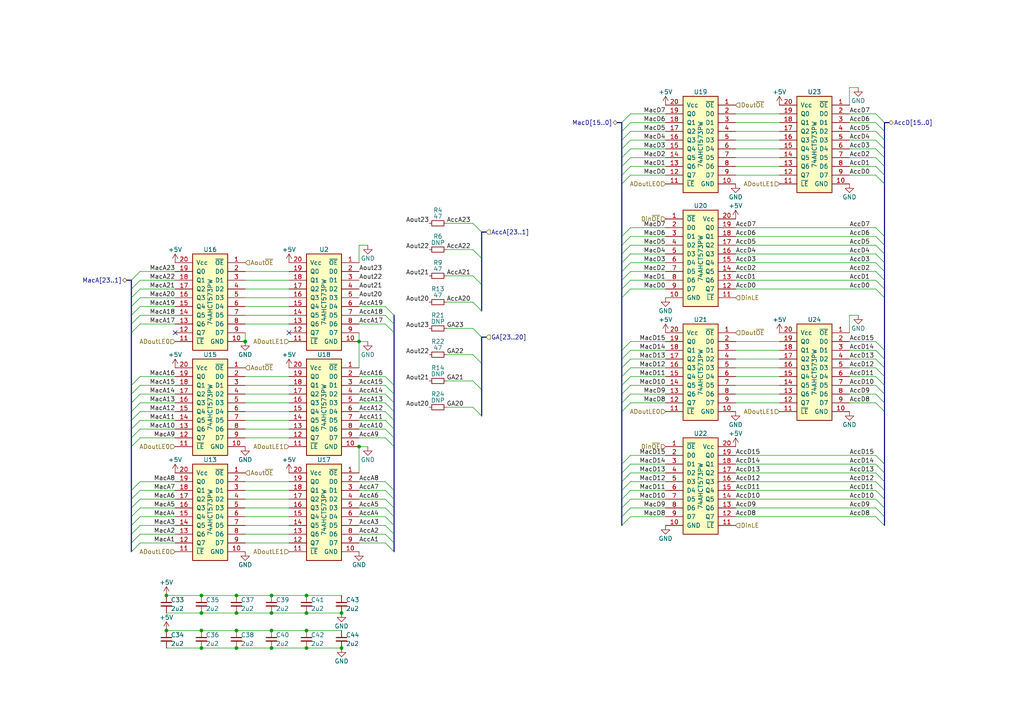
<source format=kicad_sch>
(kicad_sch (version 20231120) (generator "eeschema") (generator_version "8.0")
  (paper "A4")
  (title_block (title "WarpSE (GW4410A)") (date "2024-04-23") (rev "1.0") (company "Garrett's Workshop"))
  (lib_symbols
    (symbol "Device:C_Small" (pin_numbers hide) (pin_names (offset 0.254) hide)
      (property "Reference" "C" (at 0.254 1.778 0))
      (property "Value" "C_Small" (at 0.254 -2.032 0))
      (symbol "C_Small_0_1"
        (polyline (pts (xy -1.524 -0.508) (xy 1.524 -0.508)) (stroke (width 0.3302)))
        (polyline (pts (xy -1.524 0.508) (xy 1.524 0.508)) (stroke (width 0.3048)))
      )
      (symbol "C_Small_1_1"
        (pin passive line (at 0 2.54 270) (length 2.032) (name "~") (number "1"))
        (pin passive line (at 0 -2.54 90) (length 2.032) (name "~") (number "2"))
      )
    )
    (symbol "Device:R_Small" (pin_numbers hide) (pin_names (offset 0.254) hide)
      (property "Reference" "R" (at 0.762 0.508 0))
      (property "Value" "R_Small" (at 0.762 -1.016 0))
      (symbol "R_Small_0_1"
        (rectangle (start -0.762 1.778) (end 0.762 -1.778) (stroke (width 0.2032)))
      )
      (symbol "R_Small_1_1"
        (pin passive line (at 0 2.54 270) (length 0.762) (name "~") (number "1"))
        (pin passive line (at 0 -2.54 90) (length 0.762) (name "~") (number "2"))
      )
    )
    (symbol "GW_Logic:74573" (pin_names (offset 1.016))
      (property "Reference" "U" (at 0 15.24 0))
      (property "Value" "74573" (at 0 -15.24 0))
      (symbol "74573_0_1"
        (rectangle (start -5.08 13.97) (end 5.08 -13.97) (stroke (width 0.254)) (fill (type background)))
      )
      (symbol "74573_1_1"
        (pin input line (at -10.16 11.43 0) (length 5.08) (name "~{OE}") (number "1"))
        (pin power_in line (at -10.16 -11.43 0) (length 5.08) (name "GND") (number "10"))
        (pin input line (at 10.16 -11.43 180) (length 5.08) (name "~{LE}") (number "11"))
        (pin tri_state line (at 10.16 -8.89 180) (length 5.08) (name "Q7") (number "12"))
        (pin tri_state line (at 10.16 -6.35 180) (length 5.08) (name "Q6") (number "13"))
        (pin tri_state line (at 10.16 -3.81 180) (length 5.08) (name "Q5") (number "14"))
        (pin tri_state line (at 10.16 -1.27 180) (length 5.08) (name "Q4") (number "15"))
        (pin tri_state line (at 10.16 1.27 180) (length 5.08) (name "Q3") (number "16"))
        (pin tri_state line (at 10.16 3.81 180) (length 5.08) (name "Q2") (number "17"))
        (pin tri_state line (at 10.16 6.35 180) (length 5.08) (name "Q1") (number "18"))
        (pin tri_state line (at 10.16 8.89 180) (length 5.08) (name "Q0") (number "19"))
        (pin input line (at -10.16 8.89 0) (length 5.08) (name "D0") (number "2"))
        (pin power_in line (at 10.16 11.43 180) (length 5.08) (name "Vcc") (number "20"))
        (pin input line (at -10.16 6.35 0) (length 5.08) (name "D1") (number "3"))
        (pin input line (at -10.16 3.81 0) (length 5.08) (name "D2") (number "4"))
        (pin input line (at -10.16 1.27 0) (length 5.08) (name "D3") (number "5"))
        (pin input line (at -10.16 -1.27 0) (length 5.08) (name "D4") (number "6"))
        (pin input line (at -10.16 -3.81 0) (length 5.08) (name "D5") (number "7"))
        (pin input line (at -10.16 -6.35 0) (length 5.08) (name "D6") (number "8"))
        (pin input line (at -10.16 -8.89 0) (length 5.08) (name "D7") (number "9"))
      )
    )
    (symbol "power:+5V" (power) (pin_names (offset 0))
      (property "Value" "+5V" (at 0 3.556 0))
      (symbol "+5V_0_1"
        (polyline (pts (xy -0.762 1.27) (xy 0 2.54)))
        (polyline (pts (xy 0 0) (xy 0 2.54)))
        (polyline (pts (xy 0 2.54) (xy 0.762 1.27)))
      )
      (symbol "+5V_1_1"
        (pin power_in line (at 0 0 90) (length 0) hide (name "+5V") (number "1"))
      )
    )
    (symbol "power:GND" (power) (pin_names (offset 0))
      (property "Value" "GND" (at 0 -3.81 0))
      (symbol "GND_0_1"
        (polyline (pts (xy 0 0) (xy 0 -1.27) (xy 1.27 -1.27) (xy 0 -2.54) (xy -1.27 -1.27) (xy 0 -1.27)))
      )
      (symbol "GND_1_1"
        (pin power_in line (at 0 0 270) (length 0) hide (name "GND") (number "1"))
      )
    )
  )
  (junction (at 58.42 182.88))
  (junction (at 78.74 187.96))
  (junction (at 78.74 182.88))
  (junction (at 104.14 129.54))
  (junction (at 78.74 177.8))
  (junction (at 68.58 172.72))
  (junction (at 68.58 187.96))
  (junction (at 99.06 177.8))
  (junction (at 88.9 182.88))
  (junction (at 104.14 99.06))
  (junction (at 48.26 182.88))
  (junction (at 71.12 99.06))
  (junction (at 88.9 187.96))
  (junction (at 58.42 177.8))
  (junction (at 99.06 187.96))
  (junction (at 68.58 182.88))
  (junction (at 68.58 177.8))
  (junction (at 58.42 187.96))
  (junction (at 88.9 172.72))
  (junction (at 58.42 172.72))
  (junction (at 48.26 172.72))
  (junction (at 78.74 172.72))
  (junction (at 88.9 177.8))
  (no_connect (at 83.82 96.52))
  (no_connect (at 50.8 96.52))
  (bus_entry (at 254 104.14) (size 2.54 2.54))
  (bus_entry (at 111.76 144.78) (size 2.54 2.54))
  (bus_entry (at 111.76 109.22) (size 2.54 2.54))
  (bus_entry (at 182.88 114.3) (size -2.54 2.54))
  (bus_entry (at 111.76 152.4) (size 2.54 2.54))
  (bus_entry (at 254 99.06) (size 2.54 2.54))
  (bus_entry (at 137.16 64.77) (size 2.54 2.54))
  (bus_entry (at 182.88 50.8) (size -2.54 2.54))
  (bus_entry (at 40.64 121.92) (size -2.54 2.54))
  (bus_entry (at 40.64 86.36) (size -2.54 2.54))
  (bus_entry (at 182.88 66.04) (size -2.54 2.54))
  (bus_entry (at 40.64 88.9) (size -2.54 2.54))
  (bus_entry (at 111.76 88.9) (size 2.54 2.54))
  (bus_entry (at 182.88 137.16) (size -2.54 2.54))
  (bus_entry (at 254 116.84) (size 2.54 2.54))
  (bus_entry (at 182.88 68.58) (size -2.54 2.54))
  (bus_entry (at 182.88 101.6) (size -2.54 2.54))
  (bus_entry (at 111.76 116.84) (size 2.54 2.54))
  (bus_entry (at 137.16 87.63) (size 2.54 2.54))
  (bus_entry (at 40.64 119.38) (size -2.54 2.54))
  (bus_entry (at 254 48.26) (size 2.54 2.54))
  (bus_entry (at 254 45.72) (size 2.54 2.54))
  (bus_entry (at 40.64 142.24) (size -2.54 2.54))
  (bus_entry (at 40.64 124.46) (size -2.54 2.54))
  (bus_entry (at 254 114.3) (size 2.54 2.54))
  (bus_entry (at 40.64 127) (size -2.54 2.54))
  (bus_entry (at 40.64 152.4) (size -2.54 2.54))
  (bus_entry (at 254 50.8) (size 2.54 2.54))
  (bus_entry (at 111.76 142.24) (size 2.54 2.54))
  (bus_entry (at 254 43.18) (size 2.54 2.54))
  (bus_entry (at 40.64 81.28) (size -2.54 2.54))
  (bus_entry (at 182.88 144.78) (size -2.54 2.54))
  (bus_entry (at 254 83.82) (size 2.54 2.54))
  (bus_entry (at 182.88 109.22) (size -2.54 2.54))
  (bus_entry (at 111.76 111.76) (size 2.54 2.54))
  (bus_entry (at 182.88 78.74) (size -2.54 2.54))
  (bus_entry (at 137.16 72.39) (size 2.54 2.54))
  (bus_entry (at 182.88 134.62) (size -2.54 2.54))
  (bus_entry (at 254 73.66) (size 2.54 2.54))
  (bus_entry (at 182.88 83.82) (size -2.54 2.54))
  (bus_entry (at 182.88 43.18) (size -2.54 2.54))
  (bus_entry (at 254 40.64) (size 2.54 2.54))
  (bus_entry (at 111.76 147.32) (size 2.54 2.54))
  (bus_entry (at 254 149.86) (size 2.54 2.54))
  (bus_entry (at 40.64 139.7) (size -2.54 2.54))
  (bus_entry (at 182.88 40.64) (size -2.54 2.54))
  (bus_entry (at 254 68.58) (size 2.54 2.54))
  (bus_entry (at 254 33.02) (size 2.54 2.54))
  (bus_entry (at 111.76 91.44) (size 2.54 2.54))
  (bus_entry (at 182.88 111.76) (size -2.54 2.54))
  (bus_entry (at 182.88 106.68) (size -2.54 2.54))
  (bus_entry (at 182.88 71.12) (size -2.54 2.54))
  (bus_entry (at 254 106.68) (size 2.54 2.54))
  (bus_entry (at 182.88 139.7) (size -2.54 2.54))
  (bus_entry (at 40.64 78.74) (size -2.54 2.54))
  (bus_entry (at 254 142.24) (size 2.54 2.54))
  (bus_entry (at 137.16 80.01) (size 2.54 2.54))
  (bus_entry (at 254 139.7) (size 2.54 2.54))
  (bus_entry (at 254 71.12) (size 2.54 2.54))
  (bus_entry (at 40.64 93.98) (size -2.54 2.54))
  (bus_entry (at 254 78.74) (size 2.54 2.54))
  (bus_entry (at 111.76 127) (size 2.54 2.54))
  (bus_entry (at 111.76 119.38) (size 2.54 2.54))
  (bus_entry (at 182.88 147.32) (size -2.54 2.54))
  (bus_entry (at 111.76 121.92) (size 2.54 2.54))
  (bus_entry (at 254 147.32) (size 2.54 2.54))
  (bus_entry (at 111.76 139.7) (size 2.54 2.54))
  (bus_entry (at 111.76 114.3) (size 2.54 2.54))
  (bus_entry (at 254 66.04) (size 2.54 2.54))
  (bus_entry (at 182.88 116.84) (size -2.54 2.54))
  (bus_entry (at 182.88 48.26) (size -2.54 2.54))
  (bus_entry (at 40.64 109.22) (size -2.54 2.54))
  (bus_entry (at 182.88 33.02) (size -2.54 2.54))
  (bus_entry (at 40.64 114.3) (size -2.54 2.54))
  (bus_entry (at 111.76 149.86) (size 2.54 2.54))
  (bus_entry (at 111.76 154.94) (size 2.54 2.54))
  (bus_entry (at 40.64 111.76) (size -2.54 2.54))
  (bus_entry (at 254 132.08) (size 2.54 2.54))
  (bus_entry (at 137.16 118.11) (size 2.54 2.54))
  (bus_entry (at 40.64 149.86) (size -2.54 2.54))
  (bus_entry (at 182.88 76.2) (size -2.54 2.54))
  (bus_entry (at 182.88 132.08) (size -2.54 2.54))
  (bus_entry (at 137.16 102.87) (size 2.54 2.54))
  (bus_entry (at 254 144.78) (size 2.54 2.54))
  (bus_entry (at 40.64 154.94) (size -2.54 2.54))
  (bus_entry (at 254 35.56) (size 2.54 2.54))
  (bus_entry (at 40.64 157.48) (size -2.54 2.54))
  (bus_entry (at 182.88 104.14) (size -2.54 2.54))
  (bus_entry (at 137.16 110.49) (size 2.54 2.54))
  (bus_entry (at 182.88 45.72) (size -2.54 2.54))
  (bus_entry (at 40.64 83.82) (size -2.54 2.54))
  (bus_entry (at 254 38.1) (size 2.54 2.54))
  (bus_entry (at 111.76 124.46) (size 2.54 2.54))
  (bus_entry (at 137.16 95.25) (size 2.54 2.54))
  (bus_entry (at 254 111.76) (size 2.54 2.54))
  (bus_entry (at 40.64 144.78) (size -2.54 2.54))
  (bus_entry (at 254 109.22) (size 2.54 2.54))
  (bus_entry (at 182.88 149.86) (size -2.54 2.54))
  (bus_entry (at 182.88 99.06) (size -2.54 2.54))
  (bus_entry (at 182.88 38.1) (size -2.54 2.54))
  (bus_entry (at 111.76 157.48) (size 2.54 2.54))
  (bus_entry (at 254 76.2) (size 2.54 2.54))
  (bus_entry (at 254 137.16) (size 2.54 2.54))
  (bus_entry (at 182.88 73.66) (size -2.54 2.54))
  (bus_entry (at 254 101.6) (size 2.54 2.54))
  (bus_entry (at 40.64 116.84) (size -2.54 2.54))
  (bus_entry (at 40.64 147.32) (size -2.54 2.54))
  (bus_entry (at 254 81.28) (size 2.54 2.54))
  (bus_entry (at 40.64 91.44) (size -2.54 2.54))
  (bus_entry (at 111.76 93.98) (size 2.54 2.54))
  (bus_entry (at 182.88 81.28) (size -2.54 2.54))
  (bus_entry (at 182.88 35.56) (size -2.54 2.54))
  (bus_entry (at 254 134.62) (size 2.54 2.54))
  (bus_entry (at 182.88 142.24) (size -2.54 2.54))
  (wire (pts (xy 246.38 38.1) (xy 254 38.1)))
  (wire (pts (xy 48.26 177.8) (xy 58.42 177.8)))
  (bus (pts (xy 256.54 109.22) (xy 256.54 111.76)))
  (wire (pts (xy 71.12 147.32) (xy 83.82 147.32)))
  (wire (pts (xy 182.88 71.12) (xy 193.04 71.12)))
  (wire (pts (xy 50.8 109.22) (xy 40.64 109.22)))
  (wire (pts (xy 71.12 83.82) (xy 83.82 83.82)))
  (wire (pts (xy 50.8 144.78) (xy 40.64 144.78)))
  (wire (pts (xy 88.9 182.88) (xy 99.06 182.88)))
  (wire (pts (xy 213.36 139.7) (xy 254 139.7)))
  (wire (pts (xy 50.8 78.74) (xy 40.64 78.74)))
  (bus (pts (xy 257.81 35.56) (xy 256.54 35.56)))
  (wire (pts (xy 50.8 83.82) (xy 40.64 83.82)))
  (wire (pts (xy 50.8 127) (xy 40.64 127)))
  (bus (pts (xy 256.54 50.8) (xy 256.54 53.34)))
  (bus (pts (xy 114.3 152.4) (xy 114.3 154.94)))
  (wire (pts (xy 104.14 129.54) (xy 106.68 129.54)))
  (wire (pts (xy 213.36 114.3) (xy 226.06 114.3)))
  (wire (pts (xy 213.36 104.14) (xy 226.06 104.14)))
  (wire (pts (xy 246.38 91.44) (xy 248.92 91.44)))
  (bus (pts (xy 38.1 152.4) (xy 38.1 154.94)))
  (bus (pts (xy 180.34 116.84) (xy 180.34 119.38)))
  (bus (pts (xy 180.34 43.18) (xy 180.34 45.72)))
  (wire (pts (xy 182.88 83.82) (xy 193.04 83.82)))
  (wire (pts (xy 50.8 149.86) (xy 40.64 149.86)))
  (wire (pts (xy 71.12 139.7) (xy 83.82 139.7)))
  (bus (pts (xy 256.54 86.36) (xy 256.54 101.6)))
  (wire (pts (xy 48.26 182.88) (xy 58.42 182.88)))
  (bus (pts (xy 139.7 105.41) (xy 139.7 97.79)))
  (bus (pts (xy 180.34 35.56) (xy 180.34 38.1)))
  (wire (pts (xy 71.12 109.22) (xy 83.82 109.22)))
  (bus (pts (xy 256.54 83.82) (xy 256.54 86.36)))
  (bus (pts (xy 256.54 53.34) (xy 256.54 68.58)))
  (bus (pts (xy 139.7 90.17) (xy 139.7 82.55)))
  (wire (pts (xy 213.36 144.78) (xy 254 144.78)))
  (bus (pts (xy 180.34 38.1) (xy 180.34 40.64)))
  (wire (pts (xy 213.36 68.58) (xy 254 68.58)))
  (wire (pts (xy 182.88 38.1) (xy 193.04 38.1)))
  (wire (pts (xy 104.14 91.44) (xy 111.76 91.44)))
  (wire (pts (xy 129.54 80.01) (xy 137.16 80.01)))
  (bus (pts (xy 38.1 119.38) (xy 38.1 121.92)))
  (wire (pts (xy 50.8 111.76) (xy 40.64 111.76)))
  (wire (pts (xy 71.12 121.92) (xy 83.82 121.92)))
  (wire (pts (xy 182.88 144.78) (xy 193.04 144.78)))
  (wire (pts (xy 50.8 91.44) (xy 40.64 91.44)))
  (wire (pts (xy 213.36 45.72) (xy 226.06 45.72)))
  (wire (pts (xy 71.12 119.38) (xy 83.82 119.38)))
  (wire (pts (xy 58.42 187.96) (xy 68.58 187.96)))
  (bus (pts (xy 38.1 83.82) (xy 38.1 86.36)))
  (bus (pts (xy 256.54 144.78) (xy 256.54 147.32)))
  (wire (pts (xy 246.38 111.76) (xy 254 111.76)))
  (bus (pts (xy 38.1 149.86) (xy 38.1 152.4)))
  (bus (pts (xy 114.3 149.86) (xy 114.3 152.4)))
  (wire (pts (xy 48.26 172.72) (xy 58.42 172.72)))
  (wire (pts (xy 213.36 76.2) (xy 254 76.2)))
  (wire (pts (xy 71.12 152.4) (xy 83.82 152.4)))
  (wire (pts (xy 213.36 106.68) (xy 226.06 106.68)))
  (wire (pts (xy 50.8 86.36) (xy 40.64 86.36)))
  (bus (pts (xy 180.34 104.14) (xy 180.34 106.68)))
  (wire (pts (xy 104.14 147.32) (xy 111.76 147.32)))
  (wire (pts (xy 246.38 48.26) (xy 254 48.26)))
  (bus (pts (xy 179.07 35.56) (xy 180.34 35.56)))
  (bus (pts (xy 256.54 68.58) (xy 256.54 71.12)))
  (wire (pts (xy 78.74 172.72) (xy 88.9 172.72)))
  (bus (pts (xy 180.34 48.26) (xy 180.34 50.8)))
  (wire (pts (xy 129.54 95.25) (xy 137.16 95.25)))
  (wire (pts (xy 182.88 76.2) (xy 193.04 76.2)))
  (bus (pts (xy 256.54 137.16) (xy 256.54 139.7)))
  (wire (pts (xy 213.36 99.06) (xy 226.06 99.06)))
  (bus (pts (xy 114.3 96.52) (xy 114.3 111.76)))
  (wire (pts (xy 246.38 45.72) (xy 254 45.72)))
  (wire (pts (xy 104.14 152.4) (xy 111.76 152.4)))
  (bus (pts (xy 180.34 40.64) (xy 180.34 43.18)))
  (wire (pts (xy 182.88 50.8) (xy 193.04 50.8)))
  (wire (pts (xy 182.88 134.62) (xy 193.04 134.62)))
  (wire (pts (xy 129.54 72.39) (xy 137.16 72.39)))
  (wire (pts (xy 213.36 66.04) (xy 254 66.04)))
  (bus (pts (xy 180.34 144.78) (xy 180.34 147.32)))
  (wire (pts (xy 71.12 78.74) (xy 83.82 78.74)))
  (bus (pts (xy 38.1 142.24) (xy 38.1 144.78)))
  (bus (pts (xy 180.34 76.2) (xy 180.34 78.74)))
  (wire (pts (xy 71.12 144.78) (xy 83.82 144.78)))
  (wire (pts (xy 50.8 139.7) (xy 40.64 139.7)))
  (wire (pts (xy 50.8 93.98) (xy 40.64 93.98)))
  (wire (pts (xy 129.54 110.49) (xy 137.16 110.49)))
  (wire (pts (xy 213.36 43.18) (xy 226.06 43.18)))
  (bus (pts (xy 38.1 147.32) (xy 38.1 149.86)))
  (wire (pts (xy 213.36 38.1) (xy 226.06 38.1)))
  (wire (pts (xy 182.88 111.76) (xy 193.04 111.76)))
  (wire (pts (xy 213.36 81.28) (xy 254 81.28)))
  (bus (pts (xy 256.54 45.72) (xy 256.54 48.26)))
  (wire (pts (xy 71.12 93.98) (xy 83.82 93.98)))
  (wire (pts (xy 182.88 137.16) (xy 193.04 137.16)))
  (wire (pts (xy 50.8 114.3) (xy 40.64 114.3)))
  (bus (pts (xy 114.3 127) (xy 114.3 129.54)))
  (wire (pts (xy 104.14 93.98) (xy 111.76 93.98)))
  (bus (pts (xy 256.54 76.2) (xy 256.54 78.74)))
  (wire (pts (xy 213.36 48.26) (xy 226.06 48.26)))
  (bus (pts (xy 256.54 134.62) (xy 256.54 137.16)))
  (bus (pts (xy 139.7 67.31) (xy 140.97 67.31)))
  (wire (pts (xy 104.14 116.84) (xy 111.76 116.84)))
  (bus (pts (xy 114.3 114.3) (xy 114.3 116.84)))
  (wire (pts (xy 213.36 78.74) (xy 254 78.74)))
  (wire (pts (xy 58.42 172.72) (xy 68.58 172.72)))
  (bus (pts (xy 114.3 142.24) (xy 114.3 144.78)))
  (wire (pts (xy 246.38 25.4) (xy 248.92 25.4)))
  (bus (pts (xy 180.34 114.3) (xy 180.34 116.84)))
  (wire (pts (xy 182.88 43.18) (xy 193.04 43.18)))
  (wire (pts (xy 246.38 99.06) (xy 254 99.06)))
  (bus (pts (xy 38.1 157.48) (xy 38.1 160.02)))
  (wire (pts (xy 104.14 157.48) (xy 111.76 157.48)))
  (wire (pts (xy 129.54 118.11) (xy 137.16 118.11)))
  (bus (pts (xy 139.7 105.41) (xy 139.7 113.03)))
  (wire (pts (xy 129.54 102.87) (xy 137.16 102.87)))
  (bus (pts (xy 114.3 121.92) (xy 114.3 124.46)))
  (bus (pts (xy 180.34 137.16) (xy 180.34 139.7)))
  (bus (pts (xy 139.7 74.93) (xy 139.7 67.31)))
  (bus (pts (xy 38.1 144.78) (xy 38.1 147.32)))
  (bus (pts (xy 38.1 154.94) (xy 38.1 157.48)))
  (wire (pts (xy 50.8 88.9) (xy 40.64 88.9)))
  (wire (pts (xy 104.14 129.54) (xy 104.14 137.16)))
  (wire (pts (xy 213.36 109.22) (xy 226.06 109.22)))
  (wire (pts (xy 246.38 109.22) (xy 254 109.22)))
  (bus (pts (xy 256.54 78.74) (xy 256.54 81.28)))
  (bus (pts (xy 180.34 139.7) (xy 180.34 142.24)))
  (bus (pts (xy 38.1 93.98) (xy 38.1 96.52)))
  (wire (pts (xy 58.42 182.88) (xy 68.58 182.88)))
  (bus (pts (xy 38.1 111.76) (xy 38.1 114.3)))
  (wire (pts (xy 129.54 87.63) (xy 137.16 87.63)))
  (bus (pts (xy 180.34 106.68) (xy 180.34 109.22)))
  (wire (pts (xy 104.14 139.7) (xy 111.76 139.7)))
  (wire (pts (xy 88.9 177.8) (xy 99.06 177.8)))
  (bus (pts (xy 139.7 74.93) (xy 139.7 82.55)))
  (bus (pts (xy 180.34 68.58) (xy 180.34 71.12)))
  (wire (pts (xy 213.36 142.24) (xy 254 142.24)))
  (wire (pts (xy 50.8 157.48) (xy 40.64 157.48)))
  (bus (pts (xy 256.54 119.38) (xy 256.54 134.62)))
  (bus (pts (xy 38.1 96.52) (xy 38.1 111.76)))
  (bus (pts (xy 114.3 147.32) (xy 114.3 149.86)))
  (wire (pts (xy 68.58 187.96) (xy 78.74 187.96)))
  (bus (pts (xy 256.54 139.7) (xy 256.54 142.24)))
  (wire (pts (xy 71.12 142.24) (xy 83.82 142.24)))
  (wire (pts (xy 246.38 106.68) (xy 254 106.68)))
  (wire (pts (xy 104.14 119.38) (xy 111.76 119.38)))
  (bus (pts (xy 38.1 124.46) (xy 38.1 127)))
  (wire (pts (xy 71.12 114.3) (xy 83.82 114.3)))
  (wire (pts (xy 182.88 106.68) (xy 193.04 106.68)))
  (wire (pts (xy 246.38 33.02) (xy 254 33.02)))
  (wire (pts (xy 71.12 91.44) (xy 83.82 91.44)))
  (wire (pts (xy 50.8 142.24) (xy 40.64 142.24)))
  (bus (pts (xy 38.1 116.84) (xy 38.1 119.38)))
  (bus (pts (xy 256.54 35.56) (xy 256.54 38.1)))
  (bus (pts (xy 256.54 71.12) (xy 256.54 73.66)))
  (wire (pts (xy 50.8 121.92) (xy 40.64 121.92)))
  (bus (pts (xy 38.1 86.36) (xy 38.1 88.9)))
  (bus (pts (xy 180.34 111.76) (xy 180.34 114.3)))
  (wire (pts (xy 182.88 142.24) (xy 193.04 142.24)))
  (wire (pts (xy 104.14 121.92) (xy 111.76 121.92)))
  (wire (pts (xy 104.14 149.86) (xy 111.76 149.86)))
  (wire (pts (xy 71.12 111.76) (xy 83.82 111.76)))
  (bus (pts (xy 256.54 106.68) (xy 256.54 109.22)))
  (wire (pts (xy 182.88 33.02) (xy 193.04 33.02)))
  (bus (pts (xy 114.3 119.38) (xy 114.3 121.92)))
  (bus (pts (xy 38.1 114.3) (xy 38.1 116.84)))
  (wire (pts (xy 213.36 50.8) (xy 226.06 50.8)))
  (bus (pts (xy 180.34 81.28) (xy 180.34 83.82)))
  (bus (pts (xy 256.54 73.66) (xy 256.54 76.2)))
  (wire (pts (xy 106.68 71.12) (xy 104.14 71.12)))
  (wire (pts (xy 182.88 114.3) (xy 193.04 114.3)))
  (wire (pts (xy 182.88 139.7) (xy 193.04 139.7)))
  (wire (pts (xy 71.12 81.28) (xy 83.82 81.28)))
  (wire (pts (xy 78.74 187.96) (xy 88.9 187.96)))
  (wire (pts (xy 213.36 33.02) (xy 226.06 33.02)))
  (wire (pts (xy 71.12 157.48) (xy 83.82 157.48)))
  (bus (pts (xy 180.34 119.38) (xy 180.34 134.62)))
  (bus (pts (xy 180.34 109.22) (xy 180.34 111.76)))
  (wire (pts (xy 182.88 48.26) (xy 193.04 48.26)))
  (wire (pts (xy 71.12 96.52) (xy 71.12 99.06)))
  (bus (pts (xy 36.83 81.28) (xy 38.1 81.28)))
  (bus (pts (xy 256.54 114.3) (xy 256.54 116.84)))
  (wire (pts (xy 50.8 147.32) (xy 40.64 147.32)))
  (wire (pts (xy 71.12 86.36) (xy 83.82 86.36)))
  (wire (pts (xy 213.36 147.32) (xy 254 147.32)))
  (wire (pts (xy 213.36 116.84) (xy 226.06 116.84)))
  (wire (pts (xy 104.14 76.2) (xy 104.14 71.12)))
  (wire (pts (xy 50.8 116.84) (xy 40.64 116.84)))
  (bus (pts (xy 114.3 116.84) (xy 114.3 119.38)))
  (wire (pts (xy 182.88 68.58) (xy 193.04 68.58)))
  (wire (pts (xy 78.74 182.88) (xy 88.9 182.88)))
  (wire (pts (xy 104.14 96.52) (xy 104.14 99.06)))
  (wire (pts (xy 213.36 132.08) (xy 254 132.08)))
  (wire (pts (xy 104.14 124.46) (xy 111.76 124.46)))
  (bus (pts (xy 180.34 142.24) (xy 180.34 144.78)))
  (wire (pts (xy 104.14 144.78) (xy 111.76 144.78)))
  (wire (pts (xy 104.14 142.24) (xy 111.76 142.24)))
  (wire (pts (xy 104.14 154.94) (xy 111.76 154.94)))
  (wire (pts (xy 246.38 50.8) (xy 254 50.8)))
  (bus (pts (xy 114.3 144.78) (xy 114.3 147.32)))
  (wire (pts (xy 213.36 137.16) (xy 254 137.16)))
  (bus (pts (xy 38.1 129.54) (xy 38.1 142.24)))
  (bus (pts (xy 114.3 111.76) (xy 114.3 114.3)))
  (wire (pts (xy 88.9 187.96) (xy 99.06 187.96)))
  (wire (pts (xy 104.14 106.68) (xy 104.14 99.06)))
  (wire (pts (xy 246.38 40.64) (xy 254 40.64)))
  (bus (pts (xy 139.7 113.03) (xy 139.7 120.65)))
  (wire (pts (xy 182.88 109.22) (xy 193.04 109.22)))
  (wire (pts (xy 78.74 177.8) (xy 88.9 177.8)))
  (wire (pts (xy 213.36 35.56) (xy 226.06 35.56)))
  (wire (pts (xy 104.14 88.9) (xy 111.76 88.9)))
  (bus (pts (xy 180.34 149.86) (xy 180.34 152.4)))
  (wire (pts (xy 246.38 35.56) (xy 254 35.56)))
  (wire (pts (xy 50.8 119.38) (xy 40.64 119.38)))
  (wire (pts (xy 129.54 64.77) (xy 137.16 64.77)))
  (wire (pts (xy 182.88 99.06) (xy 193.04 99.06)))
  (wire (pts (xy 106.68 99.06) (xy 104.14 99.06)))
  (wire (pts (xy 71.12 149.86) (xy 83.82 149.86)))
  (bus (pts (xy 180.34 134.62) (xy 180.34 137.16)))
  (wire (pts (xy 71.12 88.9) (xy 83.82 88.9)))
  (bus (pts (xy 38.1 81.28) (xy 38.1 83.82)))
  (wire (pts (xy 182.88 81.28) (xy 193.04 81.28)))
  (wire (pts (xy 246.38 116.84) (xy 254 116.84)))
  (bus (pts (xy 38.1 121.92) (xy 38.1 124.46)))
  (bus (pts (xy 180.34 73.66) (xy 180.34 76.2)))
  (bus (pts (xy 256.54 38.1) (xy 256.54 40.64)))
  (bus (pts (xy 256.54 111.76) (xy 256.54 114.3)))
  (bus (pts (xy 180.34 86.36) (xy 180.34 101.6)))
  (bus (pts (xy 180.34 53.34) (xy 180.34 68.58)))
  (wire (pts (xy 213.36 134.62) (xy 254 134.62)))
  (wire (pts (xy 182.88 35.56) (xy 193.04 35.56)))
  (bus (pts (xy 38.1 127) (xy 38.1 129.54)))
  (wire (pts (xy 182.88 147.32) (xy 193.04 147.32)))
  (wire (pts (xy 71.12 154.94) (xy 83.82 154.94)))
  (wire (pts (xy 50.8 154.94) (xy 40.64 154.94)))
  (bus (pts (xy 180.34 101.6) (xy 180.34 104.14)))
  (wire (pts (xy 182.88 149.86) (xy 193.04 149.86)))
  (bus (pts (xy 256.54 43.18) (xy 256.54 45.72)))
  (bus (pts (xy 180.34 45.72) (xy 180.34 48.26)))
  (bus (pts (xy 256.54 48.26) (xy 256.54 50.8)))
  (bus (pts (xy 256.54 104.14) (xy 256.54 106.68)))
  (wire (pts (xy 213.36 83.82) (xy 254 83.82)))
  (bus (pts (xy 256.54 40.64) (xy 256.54 43.18)))
  (wire (pts (xy 182.88 40.64) (xy 193.04 40.64)))
  (wire (pts (xy 213.36 101.6) (xy 226.06 101.6)))
  (wire (pts (xy 50.8 152.4) (xy 40.64 152.4)))
  (bus (pts (xy 256.54 149.86) (xy 256.54 152.4)))
  (bus (pts (xy 114.3 154.94) (xy 114.3 157.48)))
  (bus (pts (xy 180.34 50.8) (xy 180.34 53.34)))
  (wire (pts (xy 48.26 187.96) (xy 58.42 187.96)))
  (bus (pts (xy 114.3 129.54) (xy 114.3 142.24)))
  (wire (pts (xy 50.8 124.46) (xy 40.64 124.46)))
  (wire (pts (xy 213.36 111.76) (xy 226.06 111.76)))
  (bus (pts (xy 139.7 97.79) (xy 140.97 97.79)))
  (bus (pts (xy 180.34 147.32) (xy 180.34 149.86)))
  (wire (pts (xy 68.58 182.88) (xy 78.74 182.88)))
  (wire (pts (xy 246.38 104.14) (xy 254 104.14)))
  (wire (pts (xy 182.88 104.14) (xy 193.04 104.14)))
  (wire (pts (xy 50.8 81.28) (xy 40.64 81.28)))
  (bus (pts (xy 180.34 83.82) (xy 180.34 86.36)))
  (wire (pts (xy 104.14 109.22) (xy 111.76 109.22)))
  (wire (pts (xy 182.88 78.74) (xy 193.04 78.74)))
  (wire (pts (xy 104.14 111.76) (xy 111.76 111.76)))
  (bus (pts (xy 256.54 81.28) (xy 256.54 83.82)))
  (bus (pts (xy 256.54 116.84) (xy 256.54 119.38)))
  (bus (pts (xy 114.3 124.46) (xy 114.3 127)))
  (wire (pts (xy 71.12 127) (xy 83.82 127)))
  (wire (pts (xy 182.88 45.72) (xy 193.04 45.72)))
  (wire (pts (xy 246.38 91.44) (xy 246.38 96.52)))
  (bus (pts (xy 180.34 78.74) (xy 180.34 81.28)))
  (wire (pts (xy 182.88 132.08) (xy 193.04 132.08)))
  (bus (pts (xy 256.54 101.6) (xy 256.54 104.14)))
  (wire (pts (xy 246.38 43.18) (xy 254 43.18)))
  (bus (pts (xy 256.54 142.24) (xy 256.54 144.78)))
  (bus (pts (xy 256.54 147.32) (xy 256.54 149.86)))
  (wire (pts (xy 71.12 116.84) (xy 83.82 116.84)))
  (wire (pts (xy 182.88 73.66) (xy 193.04 73.66)))
  (wire (pts (xy 58.42 177.8) (xy 68.58 177.8)))
  (bus (pts (xy 180.34 71.12) (xy 180.34 73.66)))
  (wire (pts (xy 71.12 124.46) (xy 83.82 124.46)))
  (wire (pts (xy 68.58 177.8) (xy 78.74 177.8)))
  (wire (pts (xy 213.36 71.12) (xy 254 71.12)))
  (wire (pts (xy 182.88 66.04) (xy 193.04 66.04)))
  (wire (pts (xy 88.9 172.72) (xy 99.06 172.72)))
  (bus (pts (xy 38.1 91.44) (xy 38.1 93.98)))
  (wire (pts (xy 246.38 25.4) (xy 246.38 30.48)))
  (bus (pts (xy 114.3 91.44) (xy 114.3 93.98)))
  (wire (pts (xy 213.36 73.66) (xy 254 73.66)))
  (wire (pts (xy 246.38 101.6) (xy 254 101.6)))
  (bus (pts (xy 114.3 93.98) (xy 114.3 96.52)))
  (wire (pts (xy 213.36 149.86) (xy 254 149.86)))
  (bus (pts (xy 114.3 157.48) (xy 114.3 160.02)))
  (wire (pts (xy 104.14 114.3) (xy 111.76 114.3)))
  (wire (pts (xy 182.88 116.84) (xy 193.04 116.84)))
  (wire (pts (xy 182.88 101.6) (xy 193.04 101.6)))
  (wire (pts (xy 213.36 40.64) (xy 226.06 40.64)))
  (wire (pts (xy 104.14 127) (xy 111.76 127)))
  (bus (pts (xy 38.1 88.9) (xy 38.1 91.44)))
  (wire (pts (xy 246.38 114.3) (xy 254 114.3)))
  (wire (pts (xy 68.58 172.72) (xy 78.74 172.72)))
  (label "AccA18" (at 104.14 91.44 0))
  (label "MacA18" (at 50.8 91.44 180))
  (label "MacD3" (at 193.04 76.2 180))
  (label "AccD13" (at 246.38 137.16 0))
  (label "AccD15" (at 213.36 132.08 0))
  (label "MacD14" (at 193.04 101.6 180))
  (label "AccA10" (at 104.14 124.46 0))
  (label "MacA13" (at 50.8 116.84 180))
  (label "MacA5" (at 50.8 147.32 180))
  (label "MacA21" (at 50.8 83.82 180))
  (label "AccD8" (at 246.38 149.86 0))
  (label "AccA14" (at 104.14 114.3 0))
  (label "AccD11" (at 246.38 142.24 0))
  (label "MacA1" (at 50.8 157.48 180))
  (label "AccD13" (at 213.36 137.16 0))
  (label "MacA17" (at 50.8 93.98 180))
  (label "MacA2" (at 50.8 154.94 180))
  (label "MacA12" (at 50.8 119.38 180))
  (label "MacD14" (at 193.04 134.62 180))
  (label "AccD13" (at 246.38 104.14 0))
  (label "Aout20" (at 104.14 86.36 0))
  (label "Aout21" (at 124.46 110.49 180))
  (label "AccD14" (at 246.38 134.62 0))
  (label "AccD4" (at 246.38 73.66 0))
  (label "Aout20" (at 124.46 118.11 180))
  (label "AccD5" (at 246.38 71.12 0))
  (label "AccD10" (at 246.38 144.78 0))
  (label "AccD0" (at 213.36 83.82 0))
  (label "AccD7" (at 246.38 33.02 0))
  (label "AccD12" (at 246.38 139.7 0))
  (label "AccA4" (at 104.14 149.86 0))
  (label "MacD2" (at 193.04 78.74 180))
  (label "AccD0" (at 246.38 50.8 0))
  (label "MacA23" (at 50.8 78.74 180))
  (label "AccA16" (at 104.14 109.22 0))
  (label "MacD4" (at 193.04 40.64 180))
  (label "AccD9" (at 213.36 147.32 0))
  (label "MacA14" (at 50.8 114.3 180))
  (label "MacA16" (at 50.8 109.22 180))
  (label "AccD11" (at 246.38 109.22 0))
  (label "AccD6" (at 246.38 68.58 0))
  (label "MacD0" (at 193.04 83.82 180))
  (label "AccA20" (at 129.54 87.63 0))
  (label "MacD15" (at 193.04 132.08 180))
  (label "MacA10" (at 50.8 124.46 180))
  (label "GA22" (at 129.54 102.87 0))
  (label "AccD1" (at 213.36 81.28 0))
  (label "MacD13" (at 193.04 104.14 180))
  (label "AccA8" (at 104.14 139.7 0))
  (label "AccA15" (at 104.14 111.76 0))
  (label "AccD9" (at 246.38 147.32 0))
  (label "MacD12" (at 193.04 106.68 180))
  (label "MacA11" (at 50.8 121.92 180))
  (label "AccA17" (at 104.14 93.98 0))
  (label "Aout23" (at 104.14 78.74 0))
  (label "AccD2" (at 246.38 78.74 0))
  (label "MacA15" (at 50.8 111.76 180))
  (label "MacD5" (at 193.04 71.12 180))
  (label "MacD10" (at 193.04 111.76 180))
  (label "AccA23" (at 129.54 64.77 0))
  (label "MacD6" (at 193.04 35.56 180))
  (label "AccA19" (at 104.14 88.9 0))
  (label "AccA11" (at 104.14 121.92 0))
  (label "AccD8" (at 246.38 116.84 0))
  (label "Aout20" (at 124.46 87.63 180))
  (label "MacD1" (at 193.04 48.26 180))
  (label "MacA3" (at 50.8 152.4 180))
  (label "MacD9" (at 193.04 114.3 180))
  (label "AccD7" (at 246.38 66.04 0))
  (label "AccD8" (at 213.36 149.86 0))
  (label "MacA22" (at 50.8 81.28 180))
  (label "MacD0" (at 193.04 50.8 180))
  (label "AccD7" (at 213.36 66.04 0))
  (label "AccD2" (at 213.36 78.74 0))
  (label "AccD3" (at 213.36 76.2 0))
  (label "MacD12" (at 193.04 139.7 180))
  (label "MacD11" (at 193.04 142.24 180))
  (label "AccD1" (at 246.38 81.28 0))
  (label "AccA5" (at 104.14 147.32 0))
  (label "AccD6" (at 213.36 68.58 0))
  (label "AccD4" (at 246.38 40.64 0))
  (label "MacD10" (at 193.04 144.78 180))
  (label "AccD3" (at 246.38 43.18 0))
  (label "AccD1" (at 246.38 48.26 0))
  (label "AccD5" (at 213.36 71.12 0))
  (label "AccD15" (at 246.38 99.06 0))
  (label "AccD2" (at 246.38 45.72 0))
  (label "AccD11" (at 213.36 142.24 0))
  (label "MacD8" (at 193.04 116.84 180))
  (label "AccD15" (at 246.38 132.08 0))
  (label "MacD7" (at 193.04 33.02 180))
  (label "Aout23" (at 124.46 95.25 180))
  (label "MacD5" (at 193.04 38.1 180))
  (label "AccA9" (at 104.14 127 0))
  (label "AccD4" (at 213.36 73.66 0))
  (label "Aout21" (at 104.14 83.82 0))
  (label "AccD9" (at 246.38 114.3 0))
  (label "AccA21" (at 129.54 80.01 0))
  (label "MacD13" (at 193.04 137.16 180))
  (label "AccA1" (at 104.14 157.48 0))
  (label "MacD4" (at 193.04 73.66 180))
  (label "AccA7" (at 104.14 142.24 0))
  (label "AccA2" (at 104.14 154.94 0))
  (label "MacA4" (at 50.8 149.86 180))
  (label "AccD10" (at 213.36 144.78 0))
  (label "MacD2" (at 193.04 45.72 180))
  (label "MacD11" (at 193.04 109.22 180))
  (label "GA21" (at 129.54 110.49 0))
  (label "MacD9" (at 193.04 147.32 180))
  (label "AccD12" (at 213.36 139.7 0))
  (label "MacD8" (at 193.04 149.86 180))
  (label "Aout22" (at 104.14 81.28 0))
  (label "GA23" (at 129.54 95.25 0))
  (label "AccD3" (at 246.38 76.2 0))
  (label "AccD10" (at 246.38 111.76 0))
  (label "MacD3" (at 193.04 43.18 180))
  (label "MacA19" (at 50.8 88.9 180))
  (label "AccA12" (at 104.14 119.38 0))
  (label "AccD14" (at 213.36 134.62 0))
  (label "AccD6" (at 246.38 35.56 0))
  (label "MacA6" (at 50.8 144.78 180))
  (label "MacA8" (at 50.8 139.7 180))
  (label "MacD1" (at 193.04 81.28 180))
  (label "MacA9" (at 50.8 127 180))
  (label "AccA22" (at 129.54 72.39 0))
  (label "MacD6" (at 193.04 68.58 180))
  (label "Aout21" (at 124.46 80.01 180))
  (label "MacA20" (at 50.8 86.36 180))
  (label "Aout23" (at 124.46 64.77 180))
  (label "MacA7" (at 50.8 142.24 180))
  (label "AccD14" (at 246.38 101.6 0))
  (label "AccD12" (at 246.38 106.68 0))
  (label "AccD5" (at 246.38 38.1 0))
  (label "MacD7" (at 193.04 66.04 180))
  (label "AccA6" (at 104.14 144.78 0))
  (label "AccD0" (at 246.38 83.82 0))
  (label "Aout22" (at 124.46 102.87 180))
  (label "AccA3" (at 104.14 152.4 0))
  (label "GA20" (at 129.54 118.11 0))
  (label "Aout22" (at 124.46 72.39 180))
  (label "MacD15" (at 193.04 99.06 180))
  (label "AccA13" (at 104.14 116.84 0))
  (hierarchical_label "ADoutLE0" (shape input) (at 50.8 160.02 180))
  (hierarchical_label "ADoutLE1" (shape input) (at 83.82 160.02 180))
  (hierarchical_label "ADoutLE0" (shape input) (at 50.8 129.54 180))
  (hierarchical_label "AccA[23..1]" (shape input) (at 140.97 67.31 0))
  (hierarchical_label "ADoutLE0" (shape input) (at 193.04 119.38 180))
  (hierarchical_label "ADoutLE1" (shape input) (at 83.82 99.06 180))
  (hierarchical_label "Dout~{OE}" (shape input) (at 213.36 30.48 0))
  (hierarchical_label "GA[23..20]" (shape input) (at 140.97 97.79 0))
  (hierarchical_label "ADoutLE1" (shape input) (at 226.06 119.38 180))
  (hierarchical_label "Din~{OE}" (shape input) (at 193.04 63.5 180))
  (hierarchical_label "DinLE" (shape input) (at 213.36 152.4 0))
  (hierarchical_label "Aout~{OE}" (shape input) (at 71.12 76.2 0))
  (hierarchical_label "ADoutLE0" (shape input) (at 50.8 99.06 180))
  (hierarchical_label "Aout~{OE}" (shape input) (at 71.12 106.68 0))
  (hierarchical_label "Aout~{OE}" (shape input) (at 71.12 137.16 0))
  (hierarchical_label "MacD[15..0]" (shape bidirectional) (at 179.07 35.56 180))
  (hierarchical_label "Din~{OE}" (shape input) (at 193.04 129.54 180))
  (hierarchical_label "MacA[23..1]" (shape tri_state) (at 36.83 81.28 180))
  (hierarchical_label "Dout~{OE}" (shape input) (at 213.36 96.52 0))
  (hierarchical_label "ADoutLE0" (shape input) (at 193.04 53.34 180))
  (hierarchical_label "DinLE" (shape input) (at 213.36 86.36 0))
  (hierarchical_label "ADoutLE1" (shape input) (at 83.82 129.54 180))
  (hierarchical_label "ADoutLE1" (shape input) (at 226.06 53.34 180))
  (hierarchical_label "AccD[15..0]" (shape bidirectional) (at 257.81 35.56 0))
  (symbol (lib_id "GW_Logic:74573") (at 60.96 148.59 0) (mirror y) (unit 1)
    (property "Reference" "U13" (at 60.96 133.35 0))
    (property "Value" "74AHCT573PW" (at 60.96 148.59 90))
    (property "Footprint" "stdpads:TSSOP-20_4.4x6.5mm_P0.65mm" (effects (hide yes)))
    (property "LCSC Part" "C141311" (effects (hide yes)))
  )
  (symbol (lib_id "GW_Logic:74573") (at 60.96 118.11 0) (mirror y) (unit 1)
    (property "Reference" "U15" (at 60.96 102.87 0))
    (property "Value" "74AHCT573PW" (at 60.96 118.11 90))
    (property "Footprint" "stdpads:TSSOP-20_4.4x6.5mm_P0.65mm" (effects (hide yes)))
    (property "LCSC Part" "C141311" (effects (hide yes)))
  )
  (symbol (lib_id "power:GND") (at 71.12 160.02 0) (unit 1)
    (property "Reference" "#PWR0166" (effects (hide yes)))
    (property "Value" "GND" (at 71.12 163.83 0))
  )
  (symbol (lib_id "power:GND") (at 71.12 129.54 0) (unit 1)
    (property "Reference" "#PWR0167" (effects (hide yes)))
    (property "Value" "GND" (at 71.12 133.35 0))
  )
  (symbol (lib_id "GW_Logic:74573") (at 203.2 41.91 0) (mirror y) (unit 1)
    (property "Reference" "U19" (at 203.2 26.67 0))
    (property "Value" "74AHCT573PW" (at 203.2 41.91 90))
    (property "Footprint" "stdpads:TSSOP-20_4.4x6.5mm_P0.65mm" (effects (hide yes)))
    (property "LCSC Part" "C141311" (effects (hide yes)))
  )
  (symbol (lib_id "GW_Logic:74573") (at 203.2 74.93 0) (unit 1)
    (property "Reference" "U20" (at 203.2 59.69 0))
    (property "Value" "74AHCT573PW" (at 203.2 74.93 90))
    (property "Footprint" "stdpads:TSSOP-20_4.4x6.5mm_P0.65mm" (effects (hide yes)))
    (property "LCSC Part" "C141311" (effects (hide yes)))
  )
  (symbol (lib_id "power:GND") (at 193.04 86.36 0) (mirror y) (unit 1)
    (property "Reference" "#PWR0169" (effects (hide yes)))
    (property "Value" "GND" (at 193.04 90.17 0))
  )
  (symbol (lib_id "power:GND") (at 213.36 53.34 0) (unit 1)
    (property "Reference" "#PWR0168" (effects (hide yes)))
    (property "Value" "GND" (at 213.36 57.15 0))
  )
  (symbol (lib_id "GW_Logic:74573") (at 203.2 107.95 0) (mirror y) (unit 1)
    (property "Reference" "U21" (at 203.2 92.71 0))
    (property "Value" "74AHCT573PW" (at 203.2 107.95 90))
    (property "Footprint" "stdpads:TSSOP-20_4.4x6.5mm_P0.65mm" (effects (hide yes)))
    (property "LCSC Part" "C141311" (effects (hide yes)))
  )
  (symbol (lib_id "power:GND") (at 213.36 119.38 0) (unit 1)
    (property "Reference" "#PWR0181" (effects (hide yes)))
    (property "Value" "GND" (at 213.36 123.19 0))
  )
  (symbol (lib_id "GW_Logic:74573") (at 203.2 140.97 0) (unit 1)
    (property "Reference" "U22" (at 203.2 125.73 0))
    (property "Value" "74AHCT573PW" (at 203.2 140.97 90))
    (property "Footprint" "stdpads:TSSOP-20_4.4x6.5mm_P0.65mm" (effects (hide yes)))
    (property "LCSC Part" "C141311" (effects (hide yes)))
  )
  (symbol (lib_id "power:GND") (at 193.04 152.4 0) (mirror y) (unit 1)
    (property "Reference" "#PWR0170" (effects (hide yes)))
    (property "Value" "GND" (at 193.04 156.21 0))
  )
  (symbol (lib_id "GW_Logic:74573") (at 60.96 87.63 0) (mirror y) (unit 1)
    (property "Reference" "U16" (at 60.96 72.39 0))
    (property "Value" "74AHCT573PW" (at 60.96 87.63 90))
    (property "Footprint" "stdpads:TSSOP-20_4.4x6.5mm_P0.65mm" (effects (hide yes)))
    (property "LCSC Part" "C141311" (effects (hide yes)))
  )
  (symbol (lib_id "power:GND") (at 71.12 99.06 0) (unit 1)
    (property "Reference" "#PWR0171" (effects (hide yes)))
    (property "Value" "GND" (at 71.12 102.87 0))
  )
  (symbol (lib_id "GW_Logic:74573") (at 93.98 87.63 0) (mirror y) (unit 1)
    (property "Reference" "U2" (at 93.98 72.39 0))
    (property "Value" "74AHCT573PW" (at 93.98 87.63 90))
    (property "Footprint" "stdpads:TSSOP-20_4.4x6.5mm_P0.65mm" (effects (hide yes)))
    (property "LCSC Part" "C141311" (effects (hide yes)))
  )
  (symbol (lib_id "power:GND") (at 106.68 99.06 0) (unit 1)
    (property "Reference" "#PWR0106" (effects (hide yes)))
    (property "Value" "GND" (at 106.68 102.87 0))
  )
  (symbol (lib_id "power:+5V") (at 83.82 76.2 0) (unit 1)
    (property "Reference" "#PWR0107" (effects (hide yes)))
    (property "Value" "+5V" (at 83.82 72.39 0))
  )
  (symbol (lib_id "Device:C_Small") (at 58.42 185.42 0) (unit 1)
    (property "Reference" "C36" (at 59.69 184.15 0) (effects (justify left)))
    (property "Value" "2u2" (at 59.69 186.69 0) (effects (justify left)))
    (property "Footprint" "stdpads:C_0603" (effects (hide yes)))
    (property "LCSC Part" "C23630" (effects (hide yes)))
  )
  (symbol (lib_id "Device:C_Small") (at 68.58 185.42 0) (unit 1)
    (property "Reference" "C38" (at 69.85 184.15 0) (effects (justify left)))
    (property "Value" "2u2" (at 69.85 186.69 0) (effects (justify left)))
    (property "Footprint" "stdpads:C_0603" (effects (hide yes)))
    (property "LCSC Part" "C23630" (effects (hide yes)))
  )
  (symbol (lib_id "Device:C_Small") (at 78.74 185.42 0) (unit 1)
    (property "Reference" "C40" (at 80.01 184.15 0) (effects (justify left)))
    (property "Value" "2u2" (at 80.01 186.69 0) (effects (justify left)))
    (property "Footprint" "stdpads:C_0603" (effects (hide yes)))
    (property "LCSC Part" "C23630" (effects (hide yes)))
  )
  (symbol (lib_id "Device:C_Small") (at 48.26 185.42 0) (unit 1)
    (property "Reference" "C34" (at 49.53 184.15 0) (effects (justify left)))
    (property "Value" "2u2" (at 49.53 186.69 0) (effects (justify left)))
    (property "Footprint" "stdpads:C_0603" (effects (hide yes)))
    (property "LCSC Part" "C23630" (effects (hide yes)))
  )
  (symbol (lib_id "Device:C_Small") (at 99.06 185.42 0) (unit 1)
    (property "Reference" "C44" (at 100.33 184.15 0) (effects (justify left)))
    (property "Value" "2u2" (at 100.33 186.69 0) (effects (justify left)))
    (property "Footprint" "stdpads:C_0603" (effects (hide yes)))
    (property "LCSC Part" "C23630" (effects (hide yes)))
  )
  (symbol (lib_id "Device:C_Small") (at 88.9 185.42 0) (unit 1)
    (property "Reference" "C42" (at 90.17 184.15 0) (effects (justify left)))
    (property "Value" "2u2" (at 90.17 186.69 0) (effects (justify left)))
    (property "Footprint" "stdpads:C_0603" (effects (hide yes)))
    (property "LCSC Part" "C23630" (effects (hide yes)))
  )
  (symbol (lib_id "power:GND") (at 99.06 187.96 0) (mirror y) (unit 1)
    (property "Reference" "#PWR0173" (effects (hide yes)))
    (property "Value" "GND" (at 99.06 191.77 0))
  )
  (symbol (lib_id "power:+5V") (at 50.8 137.16 0) (unit 1)
    (property "Reference" "#PWR0174" (effects (hide yes)))
    (property "Value" "+5V" (at 50.8 133.35 0))
  )
  (symbol (lib_id "power:+5V") (at 50.8 106.68 0) (unit 1)
    (property "Reference" "#PWR0175" (effects (hide yes)))
    (property "Value" "+5V" (at 50.8 102.87 0))
  )
  (symbol (lib_id "power:+5V") (at 50.8 76.2 0) (unit 1)
    (property "Reference" "#PWR0176" (effects (hide yes)))
    (property "Value" "+5V" (at 50.8 72.39 0))
  )
  (symbol (lib_id "power:+5V") (at 213.36 129.54 0) (unit 1)
    (property "Reference" "#PWR0177" (effects (hide yes)))
    (property "Value" "+5V" (at 213.36 125.73 0))
  )
  (symbol (lib_id "GW_Logic:74573") (at 93.98 148.59 0) (mirror y) (unit 1)
    (property "Reference" "U17" (at 93.98 133.35 0))
    (property "Value" "74AHCT573PW" (at 93.98 148.59 90))
    (property "Footprint" "stdpads:TSSOP-20_4.4x6.5mm_P0.65mm" (effects (hide yes)))
    (property "LCSC Part" "C141311" (effects (hide yes)))
  )
  (symbol (lib_id "GW_Logic:74573") (at 93.98 118.11 0) (mirror y) (unit 1)
    (property "Reference" "U18" (at 93.98 102.87 0))
    (property "Value" "74AHCT573PW" (at 93.98 118.11 90))
    (property "Footprint" "stdpads:TSSOP-20_4.4x6.5mm_P0.65mm" (effects (hide yes)))
    (property "LCSC Part" "C141311" (effects (hide yes)))
  )
  (symbol (lib_id "power:+5V") (at 193.04 96.52 0) (unit 1)
    (property "Reference" "#PWR0178" (effects (hide yes)))
    (property "Value" "+5V" (at 193.04 92.71 0))
  )
  (symbol (lib_id "power:+5V") (at 83.82 106.68 0) (unit 1)
    (property "Reference" "#PWR0182" (effects (hide yes)))
    (property "Value" "+5V" (at 83.82 102.87 0))
  )
  (symbol (lib_id "power:+5V") (at 83.82 137.16 0) (unit 1)
    (property "Reference" "#PWR0183" (effects (hide yes)))
    (property "Value" "+5V" (at 83.82 133.35 0))
  )
  (symbol (lib_id "power:GND") (at 104.14 160.02 0) (unit 1)
    (property "Reference" "#PWR0184" (effects (hide yes)))
    (property "Value" "GND" (at 104.14 163.83 0))
  )
  (symbol (lib_id "power:+5V") (at 213.36 63.5 0) (unit 1)
    (property "Reference" "#PWR0179" (effects (hide yes)))
    (property "Value" "+5V" (at 213.36 59.69 0))
  )
  (symbol (lib_id "power:+5V") (at 193.04 30.48 0) (unit 1)
    (property "Reference" "#PWR0180" (effects (hide yes)))
    (property "Value" "+5V" (at 193.04 26.67 0))
  )
  (symbol (lib_id "power:GND") (at 106.68 129.54 0) (unit 1)
    (property "Reference" "#PWR0186" (effects (hide yes)))
    (property "Value" "GND" (at 106.68 133.35 0))
  )
  (symbol (lib_id "power:GND") (at 106.68 71.12 0) (unit 1)
    (property "Reference" "#PWR0108" (effects (hide yes)))
    (property "Value" "GND" (at 106.68 74.93 0))
  )
  (symbol (lib_id "GW_Logic:74573") (at 236.22 107.95 0) (mirror y) (unit 1)
    (property "Reference" "U24" (at 236.22 92.71 0))
    (property "Value" "74AHCT573PW" (at 236.22 107.95 90))
    (property "Footprint" "stdpads:TSSOP-20_4.4x6.5mm_P0.65mm" (effects (hide yes)))
    (property "LCSC Part" "C141311" (effects (hide yes)))
  )
  (symbol (lib_id "GW_Logic:74573") (at 236.22 41.91 0) (mirror y) (unit 1)
    (property "Reference" "U23" (at 236.22 26.67 0))
    (property "Value" "74AHCT573PW" (at 236.22 41.91 90))
    (property "Footprint" "stdpads:TSSOP-20_4.4x6.5mm_P0.65mm" (effects (hide yes)))
    (property "LCSC Part" "C141311" (effects (hide yes)))
  )
  (symbol (lib_id "power:+5V") (at 226.06 96.52 0) (unit 1)
    (property "Reference" "#PWR0187" (effects (hide yes)))
    (property "Value" "+5V" (at 226.06 92.71 0))
  )
  (symbol (lib_id "power:+5V") (at 226.06 30.48 0) (unit 1)
    (property "Reference" "#PWR0188" (effects (hide yes)))
    (property "Value" "+5V" (at 226.06 26.67 0))
  )
  (symbol (lib_id "power:GND") (at 248.92 25.4 0) (unit 1)
    (property "Reference" "#PWR0189" (effects (hide yes)))
    (property "Value" "GND" (at 248.92 29.21 0))
  )
  (symbol (lib_id "power:GND") (at 248.92 91.44 0) (unit 1)
    (property "Reference" "#PWR0190" (effects (hide yes)))
    (property "Value" "GND" (at 248.92 95.25 0))
  )
  (symbol (lib_id "power:GND") (at 246.38 53.34 0) (unit 1)
    (property "Reference" "#PWR0191" (effects (hide yes)))
    (property "Value" "GND" (at 246.38 57.15 0))
  )
  (symbol (lib_id "power:GND") (at 246.38 119.38 0) (unit 1)
    (property "Reference" "#PWR0192" (effects (hide yes)))
    (property "Value" "GND" (at 246.38 123.19 0))
  )
  (symbol (lib_id "power:+5V") (at 48.26 172.72 0) (unit 1)
    (property "Reference" "#PWR0124" (effects (hide yes)))
    (property "Value" "+5V" (at 48.26 168.91 0))
  )
  (symbol (lib_id "power:+5V") (at 48.26 182.88 0) (unit 1)
    (property "Reference" "#PWR0125" (effects (hide yes)))
    (property "Value" "+5V" (at 48.26 179.07 0))
  )
  (symbol (lib_id "Device:C_Small") (at 58.42 175.26 0) (unit 1)
    (property "Reference" "C35" (at 59.69 173.99 0) (effects (justify left)))
    (property "Value" "2u2" (at 59.69 176.53 0) (effects (justify left)))
    (property "Footprint" "stdpads:C_0603" (effects (hide yes)))
    (property "LCSC Part" "C23630" (effects (hide yes)))
  )
  (symbol (lib_id "Device:C_Small") (at 68.58 175.26 0) (unit 1)
    (property "Reference" "C37" (at 69.85 173.99 0) (effects (justify left)))
    (property "Value" "2u2" (at 69.85 176.53 0) (effects (justify left)))
    (property "Footprint" "stdpads:C_0603" (effects (hide yes)))
    (property "LCSC Part" "C23630" (effects (hide yes)))
  )
  (symbol (lib_id "Device:C_Small") (at 78.74 175.26 0) (unit 1)
    (property "Reference" "C39" (at 80.01 173.99 0) (effects (justify left)))
    (property "Value" "2u2" (at 80.01 176.53 0) (effects (justify left)))
    (property "Footprint" "stdpads:C_0603" (effects (hide yes)))
    (property "LCSC Part" "C23630" (effects (hide yes)))
  )
  (symbol (lib_id "Device:C_Small") (at 48.26 175.26 0) (unit 1)
    (property "Reference" "C33" (at 49.53 173.99 0) (effects (justify left)))
    (property "Value" "2u2" (at 49.53 176.53 0) (effects (justify left)))
    (property "Footprint" "stdpads:C_0603" (effects (hide yes)))
    (property "LCSC Part" "C23630" (effects (hide yes)))
  )
  (symbol (lib_id "Device:C_Small") (at 99.06 175.26 0) (unit 1)
    (property "Reference" "C43" (at 100.33 173.99 0) (effects (justify left)))
    (property "Value" "2u2" (at 100.33 176.53 0) (effects (justify left)))
    (property "Footprint" "stdpads:C_0603" (effects (hide yes)))
    (property "LCSC Part" "C23630" (effects (hide yes)))
  )
  (symbol (lib_id "Device:C_Small") (at 88.9 175.26 0) (unit 1)
    (property "Reference" "C41" (at 90.17 173.99 0) (effects (justify left)))
    (property "Value" "2u2" (at 90.17 176.53 0) (effects (justify left)))
    (property "Footprint" "stdpads:C_0603" (effects (hide yes)))
    (property "LCSC Part" "C23630" (effects (hide yes)))
  )
  (symbol (lib_id "power:GND") (at 99.06 177.8 0) (mirror y) (unit 1)
    (property "Reference" "#PWR0194" (effects (hide yes)))
    (property "Value" "GND" (at 99.06 181.61 0))
  )
  (symbol (lib_id "Device:R_Small") (at 127 110.49 270) (unit 1)
    (property "Reference" "R14" (at 127 106.68 90))
    (property "Value" "DNP" (at 127 109.22 90) (effects (justify bottom)))
    (property "Footprint" "stdpads:R_0603" (effects (hide yes)))
  )
  (symbol (lib_id "Device:R_Small") (at 127 118.11 270) (unit 1)
    (property "Reference" "R24" (at 127 114.3 90))
    (property "Value" "DNP" (at 127 116.84 90) (effects (justify bottom)))
    (property "Footprint" "stdpads:R_0603" (effects (hide yes)))
  )
  (symbol (lib_id "Device:R_Small") (at 127 87.63 270) (unit 1)
    (property "Reference" "R13" (at 127 83.82 90))
    (property "Value" "47" (at 127 86.36 90) (effects (justify bottom)))
    (property "Footprint" "stdpads:R_0603" (effects (hide yes)))
    (property "LCSC Part" "C23182" (effects (hide yes)))
  )
  (symbol (lib_id "Device:R_Small") (at 127 80.01 270) (unit 1)
    (property "Reference" "R9" (at 127 76.2 90))
    (property "Value" "47" (at 127 78.74 90) (effects (justify bottom)))
    (property "Footprint" "stdpads:R_0603" (effects (hide yes)))
    (property "LCSC Part" "C23182" (effects (hide yes)))
  )
  (symbol (lib_id "Device:R_Small") (at 127 72.39 270) (unit 1)
    (property "Reference" "R6" (at 127 68.58 90))
    (property "Value" "DNP" (at 127 71.12 90) (effects (justify bottom)))
    (property "Footprint" "stdpads:R_0603" (effects (hide yes)))
  )
  (symbol (lib_id "Device:R_Small") (at 127 64.77 270) (unit 1)
    (property "Reference" "R4" (at 127 60.96 90))
    (property "Value" "47" (at 127 63.5 90) (effects (justify bottom)))
    (property "Footprint" "stdpads:R_0603" (effects (hide yes)))
    (property "LCSC Part" "C23182" (effects (hide yes)))
  )
  (symbol (lib_id "Device:R_Small") (at 127 102.87 270) (unit 1)
    (property "Reference" "R22" (at 127 99.06 90))
    (property "Value" "47" (at 127 101.6 90) (effects (justify bottom)))
    (property "Footprint" "stdpads:R_0603" (effects (hide yes)))
    (property "LCSC Part" "C23182" (effects (hide yes)))
  )
  (symbol (lib_id "Device:R_Small") (at 127 95.25 270) (unit 1)
    (property "Reference" "R21" (at 127 91.44 90))
    (property "Value" "DNP" (at 127 93.98 90) (effects (justify bottom)))
    (property "Footprint" "stdpads:R_0603" (effects (hide yes)))
  )
)
</source>
